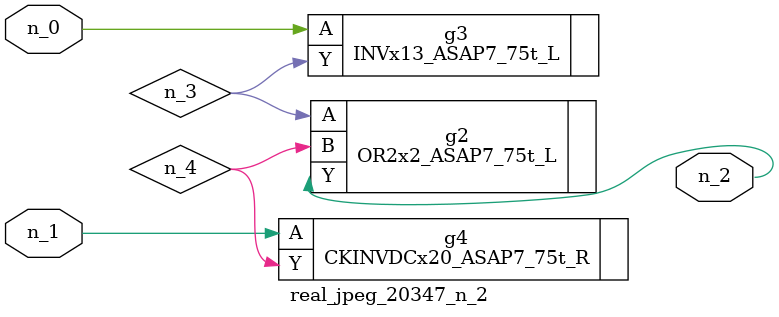
<source format=v>
module real_jpeg_20347_n_2 (n_1, n_0, n_2);

input n_1;
input n_0;

output n_2;

wire n_4;
wire n_3;

INVx13_ASAP7_75t_L g3 ( 
.A(n_0),
.Y(n_3)
);

CKINVDCx20_ASAP7_75t_R g4 ( 
.A(n_1),
.Y(n_4)
);

OR2x2_ASAP7_75t_L g2 ( 
.A(n_3),
.B(n_4),
.Y(n_2)
);


endmodule
</source>
